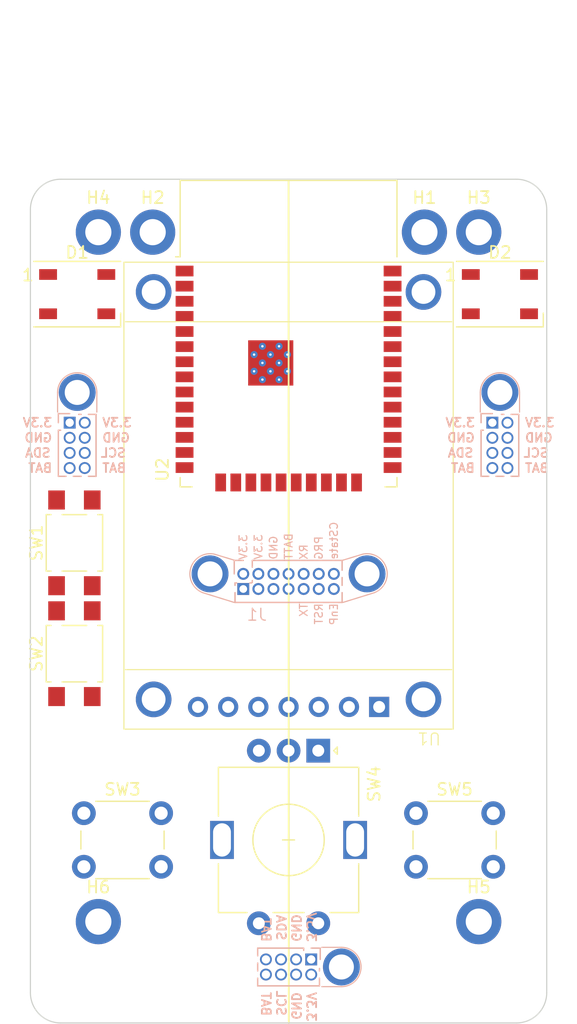
<source format=kicad_pcb>
(kicad_pcb (version 20221018) (generator pcbnew)
  (layers (0 "F.Cu" signal) (1 "In1.Cu" signal) (2 "In2.Cu" signal) (31 "B.Cu" signal) (34 "B.Paste" user) (35 "F.Paste" user) (36 "B.SilkS" user "B.Silkscreen") (37 "F.SilkS" user "F.Silkscreen") (38 "B.Mask" user) (39 "F.Mask" user) (44 "Edge.Cuts" user))
  (net 0 "")
  (net 1 "+3.3VP")
  (net 2 "Net-(D1-DOUT)")
  (net 3 "GND")
  (net 4 "Net-(D1-DIN)")
  (net 5 "+3.3V")
  (net 6 "SDA_PER")
  (net 7 "SCL_PER")
  (net 8 "+BATT")
  (net 9 "RESET")
  (net 10 "BatSense")
  (net 11 "EnPower")
  (net 12 "ID0Prog")
  (net 13 "RX")
  (net 14 "TX")
  (net 15 "ChargeState")
  (net 16 "Net-(R15-Pad1)")
  (net 17 "Net-(R16-Pad1)")
  (net 18 "Net-(R18-Pad1)")
  (net 19 "Net-(R14-Pad1)")
  (net 20 "Net-(R17-Pad1)")
  (footprint "MountingHole:MountingHole_2.2mm_M2_DIN965_Pad" (layer "F.Cu") (at 98.787949 55.607949)
    (fp_text reference "H1" (at 0 -2.9) (layer "F.SilkS"))
    (fp_text value "MountingHole_Pad")
    (pad "1" thru_hole circle (at 0 0) (size 3.8 3.8) (drill 2.2) (layers "*.Cu" "*.Mask") (net 3 "GND"))
  )
  (footprint "LED_SMD:LED_WS2812B_PLCC4_5.0x5.0mm_P3.2mm" (layer "F.Cu") (at 105.137949 60.813949)
    (fp_text reference "D2" (at 0 -3.5) (layer "F.SilkS"))
    (fp_text value "WS2812B")
    (fp_text user "1" (at -4.15 -1.6) (layer "F.SilkS"))
    (fp_line (start -3.65 -2.75) (end 3.65 -2.75) (stroke (width 0.12)) (layer "F.SilkS"))
    (fp_line (start -3.65 2.75) (end 3.65 2.75) (stroke (width 0.12)) (layer "F.SilkS"))
    (fp_line (start 3.65 2.75) (end 3.65 1.6) (stroke (width 0.12)) (layer "F.SilkS"))
    (pad "1" smd rect (at -2.45 -1.65) (size 1.5 0.9) (layers "F.Cu" "F.Paste" "F.Mask") (net 1 "+3.3VP"))
    (pad "2" smd rect (at -2.45 1.65) (size 1.5 0.9) (layers "F.Cu" "F.Paste" "F.Mask"))
    (pad "3" smd rect (at 2.45 1.65) (size 1.5 0.9) (layers "F.Cu" "F.Paste" "F.Mask") (net 3 "GND"))
    (pad "4" smd rect (at 2.45 -1.65) (size 1.5 0.9) (layers "F.Cu" "F.Paste" "F.Mask") (net 2 "Net-(D1-DOUT)"))
  )
  (footprint "Button_Switch_THT:SW_PUSH_6mm_H8mm" (layer "F.Cu") (at 98.077949 104.411949)
    (fp_text reference "SW5" (at 3.25 -2) (layer "F.SilkS"))
    (fp_text value "SW_Push")
    (fp_line (start -0.25 1.5) (end -0.25 3) (stroke (width 0.12)) (layer "F.SilkS"))
    (fp_line (start 1 5.5) (end 5.5 5.5) (stroke (width 0.12)) (layer "F.SilkS"))
    (fp_line (start 5.5 -1) (end 1 -1) (stroke (width 0.12)) (layer "F.SilkS"))
    (fp_line (start 6.75 3) (end 6.75 1.5) (stroke (width 0.12)) (layer "F.SilkS"))
    (pad "1" thru_hole circle (at 0 0 90) (size 2 2) (drill 1.1) (layers "*.Cu" "*.Mask") (net 20 "Net-(R17-Pad1)"))
    (pad "1" thru_hole circle (at 6.5 0 90) (size 2 2) (drill 1.1) (layers "*.Cu" "*.Mask") (net 20 "Net-(R17-Pad1)"))
    (pad "2" thru_hole circle (at 0 4.5 90) (size 2 2) (drill 1.1) (layers "*.Cu" "*.Mask") (net 3 "GND"))
    (pad "2" thru_hole circle (at 6.5 4.5 90) (size 2 2) (drill 1.1) (layers "*.Cu" "*.Mask") (net 3 "GND"))
  )
  (footprint "Rotary_Encoder:RotaryEncoder_Alps_EC11E-Switch_Vertical_H20mm" (layer "F.Cu") (at 89.857949 99.157949 -90)
    (fp_text reference "SW4" (at 2.8 -4.7 90) (layer "F.SilkS"))
    (fp_text value "RotaryEncoder_Switch")
    (fp_line (start -0.3 -1.6) (end 0.3 -1.6) (stroke (width 0.12)) (layer "F.SilkS"))
    (fp_line (start 0 -1.3) (end -0.3 -1.6) (stroke (width 0.12)) (layer "F.SilkS"))
    (fp_line (start 0.3 -1.6) (end 0 -1.3) (stroke (width 0.12)) (layer "F.SilkS"))
    (fp_line (start 1.4 -3.4) (end 1.4 8.4) (stroke (width 0.12)) (layer "F.SilkS"))
    (fp_line (start 5.5 -3.4) (end 1.4 -3.4) (stroke (width 0.12)) (layer "F.SilkS"))
    (fp_line (start 5.5 8.4) (end 1.4 8.4) (stroke (width 0.12)) (layer "F.SilkS"))
    (fp_line (start 7 2.5) (end 8 2.5) (stroke (width 0.12)) (layer "F.SilkS"))
    (fp_line (start 7.5 2) (end 7.5 3) (stroke (width 0.12)) (layer "F.SilkS"))
    (fp_line (start 9.5 -3.4) (end 13.6 -3.4) (stroke (width 0.12)) (layer "F.SilkS"))
    (fp_line (start 13.6 -3.4) (end 13.6 -1) (stroke (width 0.12)) (layer "F.SilkS"))
    (fp_line (start 13.6 1.2) (end 13.6 3.8) (stroke (width 0.12)) (layer "F.SilkS"))
    (fp_line (start 13.6 6) (end 13.6 8.4) (stroke (width 0.12)) (layer "F.SilkS"))
    (fp_line (start 13.6 8.4) (end 9.5 8.4) (stroke (width 0.12)) (layer "F.SilkS"))
    (fp_circle (center 7.5 2.5) (end 10.5 2.5) (stroke (width 0.12)) (fill none) (layer "F.SilkS"))
    (pad "A" thru_hole rect (at 0 0 270) (size 2 2) (drill 1) (layers "*.Cu" "*.Mask") (net 17 "Net-(R16-Pad1)"))
    (pad "B" thru_hole circle (at 0 5 270) (size 2 2) (drill 1) (layers "*.Cu" "*.Mask") (net 18 "Net-(R18-Pad1)"))
    (pad "C" thru_hole circle (at 0 2.5 270) (size 2 2) (drill 1) (layers "*.Cu" "*.Mask") (net 3 "GND"))
    (pad "MP" thru_hole rect (at 7.5 -3.1 270) (size 3.2 2) (drill oval 2.8 1.5) (layers "*.Cu" "*.Mask"))
    (pad "MP" thru_hole rect (at 7.5 8.1 270) (size 3.2 2) (drill oval 2.8 1.5) (layers "*.Cu" "*.Mask"))
    (pad "S1" thru_hole circle (at 14.5 5 270) (size 2 2) (drill 1) (layers "*.Cu" "*.Mask") (net 19 "Net-(R14-Pad1)"))
    (pad "S2" thru_hole circle (at 14.5 0 270) (size 2 2) (drill 1) (layers "*.Cu" "*.Mask") (net 3 "GND"))
  )
  (footprint "RF_Module:ESP32-WROOM-32D" (layer "F.Cu") (at 87.357949 67.122949)
    (fp_text reference "U2" (at -10.61 8.43 90) (layer "F.SilkS"))
    (fp_text value "ESP32-WROOM-32D")
    (fp_line (start -9.12 -15.86) (end -9.12 -9.445) (stroke (width 0.12)) (layer "F.SilkS"))
    (fp_line (start -9.12 -15.86) (end 9.12 -15.86) (stroke (width 0.12)) (layer "F.SilkS"))
    (fp_line (start -9.12 -9.445) (end -9.5 -9.445) (stroke (width 0.12)) (layer "F.SilkS"))
    (fp_line (start -9.12 9.1) (end -9.12 9.88) (stroke (width 0.12)) (layer "F.SilkS"))
    (fp_line (start -9.12 9.88) (end -8.12 9.88) (stroke (width 0.12)) (layer "F.SilkS"))
    (fp_line (start 9.12 -15.86) (end 9.12 -9.445) (stroke (width 0.12)) (layer "F.SilkS"))
    (fp_line (start 9.12 9.1) (end 9.12 9.88) (stroke (width 0.12)) (layer "F.SilkS"))
    (fp_line (start 9.12 9.88) (end 8.12 9.88) (stroke (width 0.12)) (layer "F.SilkS"))
    (pad "1" smd rect (at -8.75 -8.25) (size 1.5 0.9) (layers "F.Cu" "F.Paste" "F.Mask") (net 3 "GND"))
    (pad "2" smd rect (at -8.75 -6.98) (size 1.5 0.9) (layers "F.Cu" "F.Paste" "F.Mask") (net 5 "+3.3V"))
    (pad "3" smd rect (at -8.75 -5.71) (size 1.5 0.9) (layers "F.Cu" "F.Paste" "F.Mask") (net 9 "RESET"))
    (pad "4" smd rect (at -8.75 -4.44) (size 1.5 0.9) (layers "F.Cu" "F.Paste" "F.Mask") (net 10 "BatSense"))
    (pad "5" smd rect (at -8.75 -3.17) (size 1.5 0.9) (layers "F.Cu" "F.Paste" "F.Mask") (net 15 "ChargeState"))
    (pad "6" smd rect (at -8.75 -1.9) (size 1.5 0.9) (layers "F.Cu" "F.Paste" "F.Mask"))
    (pad "7" smd rect (at -8.75 -0.63) (size 1.5 0.9) (layers "F.Cu" "F.Paste" "F.Mask"))
    (pad "8" smd rect (at -8.75 0.64) (size 1.5 0.9) (layers "F.Cu" "F.Paste" "F.Mask"))
    (pad "9" smd rect (at -8.75 1.91) (size 1.5 0.9) (layers "F.Cu" "F.Paste" "F.Mask"))
    (pad "10" smd rect (at -8.75 3.18) (size 1.5 0.9) (layers "F.Cu" "F.Paste" "F.Mask"))
    (pad "11" smd rect (at -8.75 4.45) (size 1.5 0.9) (layers "F.Cu" "F.Paste" "F.Mask"))
    (pad "12" smd rect (at -8.75 5.72) (size 1.5 0.9) (layers "F.Cu" "F.Paste" "F.Mask"))
    (pad "13" smd rect (at -8.75 6.99) (size 1.5 0.9) (layers "F.Cu" "F.Paste" "F.Mask"))
    (pad "14" smd rect (at -8.75 8.26) (size 1.5 0.9) (layers "F.Cu" "F.Paste" "F.Mask"))
    (pad "15" smd rect (at -5.71 9.51 90) (size 1.5 0.9) (layers "F.Cu" "F.Paste" "F.Mask") (net 3 "GND"))
    (pad "16" smd rect (at -4.44 9.51 90) (size 1.5 0.9) (layers "F.Cu" "F.Paste" "F.Mask"))
    (pad "17" smd rect (at -3.17 9.51 90) (size 1.5 0.9) (layers "F.Cu" "F.Paste" "F.Mask"))
    (pad "18" smd rect (at -1.9 9.51 90) (size 1.5 0.9) (layers "F.Cu" "F.Paste" "F.Mask"))
    (pad "19" smd rect (at -0.63 9.51 90) (size 1.5 0.9) (layers "F.Cu" "F.Paste" "F.Mask"))
    (pad "20" smd rect (at 0.64 9.51 90) (size 1.5 0.9) (layers "F.Cu" "F.Paste" "F.Mask"))
    (pad "21" smd rect (at 1.91 9.51 90) (size 1.5 0.9) (layers "F.Cu" "F.Paste" "F.Mask"))
    (pad "22" smd rect (at 3.18 9.51 90) (size 1.5 0.9) (layers "F.Cu" "F.Paste" "F.Mask"))
    (pad "23" smd rect (at 4.45 9.51 90) (size 1.5 0.9) (layers "F.Cu" "F.Paste" "F.Mask"))
    (pad "24" smd rect (at 5.72 9.51 90) (size 1.5 0.9) (layers "F.Cu" "F.Paste" "F.Mask") (net 11 "EnPower"))
    (pad "25" smd rect (at 8.75 8.26) (size 1.5 0.9) (layers "F.Cu" "F.Paste" "F.Mask") (net 12 "ID0Prog"))
    (pad "26" smd rect (at 8.75 6.99) (size 1.5 0.9) (layers "F.Cu" "F.Paste" "F.Mask"))
    (pad "27" smd rect (at 8.75 5.72) (size 1.5 0.9) (layers "F.Cu" "F.Paste" "F.Mask"))
    (pad "28" smd rect (at 8.75 4.45) (size 1.5 0.9) (layers "F.Cu" "F.Paste" "F.Mask"))
    (pad "29" smd rect (at 8.75 3.18) (size 1.5 0.9) (layers "F.Cu" "F.Paste" "F.Mask"))
    (pad "30" smd rect (at 8.75 1.91) (size 1.5 0.9) (layers "F.Cu" "F.Paste" "F.Mask"))
    (pad "31" smd rect (at 8.75 0.64) (size 1.5 0.9) (layers "F.Cu" "F.Paste" "F.Mask"))
    (pad "32" smd rect (at 8.75 -0.63) (size 1.5 0.9) (layers "F.Cu" "F.Paste" "F.Mask"))
    (pad "33" smd rect (at 8.75 -1.9) (size 1.5 0.9) (layers "F.Cu" "F.Paste" "F.Mask"))
    (pad "34" smd rect (at 8.75 -3.17) (size 1.5 0.9) (layers "F.Cu" "F.Paste" "F.Mask") (net 13 "RX"))
    (pad "35" smd rect (at 8.75 -4.44) (size 1.5 0.9) (layers "F.Cu" "F.Paste" "F.Mask") (net 14 "TX"))
    (pad "36" smd rect (at 8.75 -5.71) (size 1.5 0.9) (layers "F.Cu" "F.Paste" "F.Mask"))
    (pad "37" smd rect (at 8.75 -6.98) (size 1.5 0.9) (layers "F.Cu" "F.Paste" "F.Mask"))
    (pad "38" smd rect (at 8.75 -8.25) (size 1.5 0.9) (layers "F.Cu" "F.Paste" "F.Mask") (net 3 "GND"))
    (pad "39" smd rect (at -2.9 -1.93) (size 0.9 0.9) (layers "F.Cu" "F.Paste") (net 3 "GND"))
    (pad "39" thru_hole circle (at -2.9 -1.23) (size 0.6 0.6) (drill 0.2) (property pad_prop_heatsink) (layers "*.Cu" "F.Mask") (net 3 "GND"))
    (pad "39" smd rect (at -2.9 -0.53) (size 0.9 0.9) (layers "F.Cu" "F.Paste") (net 3 "GND"))
    (pad "39" thru_hole circle (at -2.9 0.17) (size 0.6 0.6) (drill 0.2) (property pad_prop_heatsink) (layers "*.Cu" "F.Mask") (net 3 "GND"))
    (pad "39" smd rect (at -2.9 0.87) (size 0.9 0.9) (layers "F.Cu" "F.Paste") (net 3 "GND"))
    (pad "39" thru_hole circle (at -2.2 -1.93) (size 0.6 0.6) (drill 0.2) (property pad_prop_heatsink) (layers "*.Cu" "F.Mask") (net 3 "GND"))
    (pad "39" thru_hole circle (at -2.2 -0.53) (size 0.6 0.6) (drill 0.2) (property pad_prop_heatsink) (layers "*.Cu" "F.Mask") (net 3 "GND"))
    (pad "39" thru_hole circle (at -2.2 0.87) (size 0.6 0.6) (drill 0.2) (property pad_prop_heatsink) (layers "*.Cu" "F.Mask") (net 3 "GND"))
    (pad "39" thru_hole circle (at -1.525 -1.23) (size 0.6 0.6) (drill 0.2) (property pad_prop_heatsink) (layers "*.Cu" "F.Mask") (net 3 "GND"))
    (pad "39" thru_hole circle (at -1.525 0.17) (size 0.6 0.6) (drill 0.2) (property pad_prop_heatsink) (layers "*.Cu" "F.Mask") (net 3 "GND"))
    (pad "39" smd rect (at -1.5 -1.93) (size 0.9 0.9) (layers "F.Cu" "F.Paste") (net 3 "GND"))
    (pad "39" smd rect (at -1.5 -0.53) (size 0.9 0.9) (layers "F.Cu" "F.Paste") (net 3 "GND"))
    (pad "39" smd rect (at -1.5 -0.53) (size 3.8 3.8) (layers "F.Cu" "F.Mask") (net 3 "GND"))
    (pad "39" smd rect (at -1.5 0.87) (size 0.9 0.9) (layers "F.Cu" "F.Paste") (net 3 "GND"))
    (pad "39" thru_hole circle (at -0.8 -1.93) (size 0.6 0.6) (drill 0.2) (property pad_prop_heatsink) (layers "*.Cu" "F.Mask") (net 3 "GND"))
    (pad "39" thru_hole circle (at -0.8 -0.53) (size 0.6 0.6) (drill 0.2) (property pad_prop_heatsink) (layers "*.Cu" "F.Mask") (net 3 "GND"))
    (pad "39" thru_hole circle (at -0.8 0.87) (size 0.6 0.6) (drill 0.2) (property pad_prop_heatsink) (layers "*.Cu" "F.Mask") (net 3 "GND"))
    (pad "39" smd rect (at -0.1 -1.93) (size 0.9 0.9) (layers "F.Cu" "F.Paste") (net 3 "GND"))
    (pad "39" thru_hole circle (at -0.1 -1.23) (size 0.6 0.6) (drill 0.2) (property pad_prop_heatsink) (layers "*.Cu" "F.Mask") (net 3 "GND"))
    (pad "39" smd rect (at -0.1 -0.53) (size 0.9 0.9) (layers "F.Cu" "F.Paste") (net 3 "GND"))
    (pad "39" thru_hole circle (at -0.1 0.17) (size 0.6 0.6) (drill 0.2) (property pad_prop_heatsink) (layers "*.Cu" "F.Mask") (net 3 "GND"))
    (pad "39" smd rect (at -0.1 0.87) (size 0.9 0.9) (layers "F.Cu" "F.Paste") (net 3 "GND"))
  )
  (footprint "Button_Switch_SMD:SW_SPST_TL3305A" (layer "F.Cu") (at 69.342 81.705 90)
    (fp_text reference "SW1" (at 0 -3.2 90) (layer "F.SilkS"))
    (fp_text value "SW_Push")
    (fp_line (start -2.37 -2.37) (end -2.37 -1.97) (stroke (width 0.12)) (layer "F.SilkS"))
    (fp_line (start -2.37 -2.37) (end 2.37 -2.37) (stroke (width 0.12)) (layer "F.SilkS"))
    (fp_line (start -2.37 1.03) (end -2.37 -1.03) (stroke (width 0.12)) (layer "F.SilkS"))
    (fp_line (start -2.37 2.37) (end -2.37 1.97) (stroke (width 0.12)) (layer "F.SilkS"))
    (fp_line (start -2.37 2.37) (end 2.37 2.37) (stroke (width 0.12)) (layer "F.SilkS"))
    (fp_line (start 2.37 -2.37) (end 2.37 -1.97) (stroke (width 0.12)) (layer "F.SilkS"))
    (fp_line (start 2.37 1.03) (end 2.37 -1.03) (stroke (width 0.12)) (layer "F.SilkS"))
    (fp_line (start 2.37 2.37) (end 2.37 1.97) (stroke (width 0.12)) (layer "F.SilkS"))
    (pad "1" smd rect (at -3.6 -1.5 90) (size 1.6 1.4) (layers "F.Cu" "F.Paste" "F.Mask") (net 3 "GND"))
    (pad "1" smd rect (at 3.6 -1.5 90) (size 1.6 1.4) (layers "F.Cu" "F.Paste" "F.Mask") (net 3 "GND"))
    (pad "2" smd rect (at -3.6 1.5 90) (size 1.6 1.4) (layers "F.Cu" "F.Paste" "F.Mask") (net 9 "RESET"))
    (pad "2" smd rect (at 3.6 1.5 90) (size 1.6 1.4) (layers "F.Cu" "F.Paste" "F.Mask") (net 9 "RESET"))
  )
  (footprint "LED_SMD:LED_WS2812B_PLCC4_5.0x5.0mm_P3.2mm" (layer "F.Cu") (at 69.577949 60.813949)
    (fp_text reference "D1" (at 0 -3.5) (layer "F.SilkS"))
    (fp_text value "WS2812B")
    (fp_text user "1" (at -4.15 -1.6) (layer "F.SilkS"))
    (fp_line (start -3.65 -2.75) (end 3.65 -2.75) (stroke (width 0.12)) (layer "F.SilkS"))
    (fp_line (start -3.65 2.75) (end 3.65 2.75) (stroke (width 0.12)) (layer "F.SilkS"))
    (fp_line (start 3.65 2.75) (end 3.65 1.6) (stroke (width 0.12)) (layer "F.SilkS"))
    (pad "1" smd rect (at -2.45 -1.65) (size 1.5 0.9) (layers "F.Cu" "F.Paste" "F.Mask") (net 1 "+3.3VP"))
    (pad "2" smd rect (at -2.45 1.65) (size 1.5 0.9) (layers "F.Cu" "F.Paste" "F.Mask") (net 2 "Net-(D1-DOUT)"))
    (pad "3" smd rect (at 2.45 1.65) (size 1.5 0.9) (layers "F.Cu" "F.Paste" "F.Mask") (net 3 "GND"))
    (pad "4" smd rect (at 2.45 -1.65) (size 1.5 0.9) (layers "F.Cu" "F.Paste" "F.Mask") (net 4 "Net-(D1-DIN)"))
  )
  (footprint "Button_Switch_SMD:SW_SPST_TL3305A" (layer "F.Cu") (at 69.342 91.015 90)
    (fp_text reference "SW2" (at 0 -3.2 90) (layer "F.SilkS"))
    (fp_text value "SW_Push")
    (fp_line (start -2.37 -2.37) (end -2.37 -1.97) (stroke (width 0.12)) (layer "F.SilkS"))
    (fp_line (start -2.37 -2.37) (end 2.37 -2.37) (stroke (width 0.12)) (layer "F.SilkS"))
    (fp_line (start -2.37 1.03) (end -2.37 -1.03) (stroke (width 0.12)) (layer "F.SilkS"))
    (fp_line (start -2.37 2.37) (end -2.37 1.97) (stroke (width 0.12)) (layer "F.SilkS"))
    (fp_line (start -2.37 2.37) (end 2.37 2.37) (stroke (width 0.12)) (layer "F.SilkS"))
    (fp_line (start 2.37 -2.37) (end 2.37 -1.97) (stroke (width 0.12)) (layer "F.SilkS"))
    (fp_line (start 2.37 1.03) (end 2.37 -1.03) (stroke (width 0.12)) (layer "F.SilkS"))
    (fp_line (start 2.37 2.37) (end 2.37 1.97) (stroke (width 0.12)) (layer "F.SilkS"))
    (pad "1" smd rect (at -3.6 -1.5 90) (size 1.6 1.4) (layers "F.Cu" "F.Paste" "F.Mask") (net 3 "GND"))
    (pad "1" smd rect (at 3.6 -1.5 90) (size 1.6 1.4) (layers "F.Cu" "F.Paste" "F.Mask") (net 3 "GND"))
    (pad "2" smd rect (at -3.6 1.5 90) (size 1.6 1.4) (layers "F.Cu" "F.Paste" "F.Mask") (net 12 "ID0Prog"))
    (pad "2" smd rect (at 3.6 1.5 90) (size 1.6 1.4) (layers "F.Cu" "F.Paste" "F.Mask") (net 12 "ID0Prog"))
  )
  (footprint "MountingHole:MountingHole_2.2mm_M2_DIN965_Pad" (layer "F.Cu") (at 103.359949 55.607949)
    (fp_text reference "H3" (at 0 -2.9) (layer "F.SilkS"))
    (fp_text value "MountingHole_Pad")
    (pad "1" thru_hole circle (at 0 0) (size 3.8 3.8) (drill 2.2) (layers "*.Cu" "*.Mask") (net 3 "GND"))
  )
  (footprint "MountingHole:MountingHole_2.2mm_M2_DIN965_Pad" (layer "F.Cu") (at 75.927949 55.607949)
    (fp_text reference "H2" (at 0 -2.9) (layer "F.SilkS"))
    (fp_text value "MountingHole_Pad")
    (pad "1" thru_hole circle (at 0 0) (size 3.8 3.8) (drill 2.2) (layers "*.Cu" "*.Mask") (net 3 "GND"))
  )
  (footprint "Button_Switch_THT:SW_PUSH_6mm_H8mm" (layer "F.Cu") (at 70.137949 104.411949)
    (fp_text reference "SW3" (at 3.25 -2) (layer "F.SilkS"))
    (fp_text value "SW_Push")
    (fp_line (start -0.25 1.5) (end -0.25 3) (stroke (width 0.12)) (layer "F.SilkS"))
    (fp_line (start 1 5.5) (end 5.5 5.5) (stroke (width 0.12)) (layer "F.SilkS"))
    (fp_line (start 5.5 -1) (end 1 -1) (stroke (width 0.12)) (layer "F.SilkS"))
    (fp_line (start 6.75 3) (end 6.75 1.5) (stroke (width 0.12)) (layer "F.SilkS"))
    (pad "1" thru_hole circle (at 0 0 90) (size 2 2) (drill 1.1) (layers "*.Cu" "*.Mask") (net 16 "Net-(R15-Pad1)"))
    (pad "1" thru_hole circle (at 6.5 0 90) (size 2 2) (drill 1.1) (layers "*.Cu" "*.Mask") (net 16 "Net-(R15-Pad1)"))
    (pad "2" thru_hole circle (at 0 4.5 90) (size 2 2) (drill 1.1) (layers "*.Cu" "*.Mask") (net 3 "GND"))
    (pad "2" thru_hole circle (at 6.5 4.5 90) (size 2 2) (drill 1.1) (layers "*.Cu" "*.Mask") (net 3 "GND"))
  )
  (footprint "MountingHole:MountingHole_2.2mm_M2_DIN965_Pad" (layer "F.Cu") (at 71.355949 55.607949)
    (fp_text reference "H4" (at 0 -2.9) (layer "F.SilkS"))
    (fp_text value "MountingHole_Pad")
    (pad "1" thru_hole circle (at 0 0) (size 3.8 3.8) (drill 2.2) (layers "*.Cu" "*.Mask") (net 3 "GND"))
  )
  (footprint "Displays:RGB_TFT_1.3" (layer "F.Cu") (at 87.357949 95.485949 180)
    (fp_text reference "U1" (at -11.818 -2.651 180 unlocked) (layer "F.SilkS") (effects (font (thickness 0.1))))
    (fp_text value "TFT_ST7789")
    (fp_line (start -13.716 3.134) (end 13.716 3.134) (stroke (width 0.1)) (layer "F.SilkS"))
    (fp_line (start -13.716 32.354) (end 13.716 32.354) (stroke (width 0.1)) (layer "F.SilkS"))
    (fp_rect (start -13.85 -1.866) (end 13.85 37.354) (stroke (width 0.1)) (fill none) (layer "F.SilkS"))
    (pad "" thru_hole circle (at -11.35 0.634 180) (size 3 3) (drill 2) (layers "*.Cu" "*.Mask"))
    (pad "" thru_hole circle (at -11.35 34.854 180) (size 3 3) (drill 2) (layers "*.Cu" "*.Mask"))
    (pad "" thru_hole circle (at 11.35 0.634 180) (size 3 3) (drill 2) (layers "*.Cu" "*.Mask"))
    (pad "" thru_hole circle (at 11.35 34.854 180) (size 3 3) (drill 2) (layers "*.Cu" "*.Mask"))
    (pad "1" thru_hole rect (at -7.62 0 180) (size 1.7 1.7) (drill 1) (layers "*.Cu" "*.Mask") (net 3 "GND"))
    (pad "2" thru_hole circle (at -5.08 0 180) (size 1.7 1.7) (drill 1) (layers "*.Cu" "*.Mask") (net 1 "+3.3VP"))
    (pad "3" thru_hole circle (at -2.54 0 180) (size 1.7 1.7) (drill 1) (layers "*.Cu" "*.Mask"))
    (pad "4" thru_hole circle (at 0 0 180) (size 1.7 1.7) (drill 1) (layers "*.Cu" "*.Mask"))
    (pad "5" thru_hole circle (at 2.54 0 180) (size 1.7 1.7) (drill 1) (layers "*.Cu" "*.Mask"))
    (pad "6" thru_hole circle (at 5.08 0 180) (size 1.7 1.7) (drill 1) (layers "*.Cu" "*.Mask"))
    (pad "7" thru_hole circle (at 7.62 0 180) (size 1.7 1.7) (drill 1) (layers "*.Cu" "*.Mask"))
  )
  (footprint "MountingHole:MountingHole_2.2mm_M2_DIN965_Pad" (layer "F.Cu") (at 71.355949 113.519949)
    (fp_text reference "H6" (at 0 -2.9) (layer "F.SilkS"))
    (fp_text value "MountingHole_Pad")
    (pad "1" thru_hole circle (at 0 0) (size 3.8 3.8) (drill 2.2) (layers "*.Cu" "*.Mask") (net 3 "GND"))
  )
  (footprint "MountingHole:MountingHole_2.2mm_M2_DIN965_Pad" (layer "F.Cu") (at 103.359949 113.519949)
    (fp_text reference "H5" (at 0 -2.9) (layer "F.SilkS"))
    (fp_text value "MountingHole_Pad")
    (pad "1" thru_hole circle (at 0 0) (size 3.8 3.8) (drill 2.2) (layers "*.Cu" "*.Mask") (net 3 "GND"))
  )
  (footprint "Connectors:PeripheralMaster" (layer "B.Cu") (at 69.577949 73.514949 180)
    (fp_text reference "Per3" hide)
    (fp_text value "~" hide)
    (fp_text user "BAT" (at -2.032 -1.905 unlocked) (layer "B.SilkS") (effects (font (size 0.75 0.75) (thickness 0.15) bold) (justify right mirror)))
    (fp_text user "3.3V" (at -2.032 1.905 unlocked) (layer "B.SilkS") (effects (font (size 0.75 0.75) (thickness 0.15) bold) (justify right mirror)))
    (fp_text user "GND" (at 2.032 0.635 unlocked) (layer "B.SilkS") (effects (font (size 0.75 0.75) (thickness 0.15) bold) (justify left mirror)))
    (fp_text user "BAT" (at 2.032 -1.905 unlocked) (layer "B.SilkS") (effects (font (size 0.75 0.75) (thickness 0.15) bold) (justify left mirror)))
    (fp_text user "3.3V" (at 2.032 1.905 unlocked) (layer "B.SilkS") (effects (font (size 0.75 0.75) (thickness 0.15) bold) (justify left mirror)))
    (fp_text user "SDA" (at 2.159 -0.635 unlocked) (layer "B.SilkS") (effects (font (size 0.75 0.75) (thickness 0.15) bold) (justify left mirror)))
    (fp_text user "GND" (at -2.032 0.635 unlocked) (layer "B.SilkS") (effects (font (size 0.75 0.75) (thickness 0.15) bold) (justify right mirror)))
    (fp_text user "SCL" (at -1.905 -0.635 unlocked) (layer "B.SilkS") (effects (font (size 0.75 0.75) (thickness 0.15) bold) (justify right mirror)))
    (fp_line (start -1.651 4.445) (end -1.651 2.794) (stroke (width 0.1)) (layer "B.SilkS"))
    (fp_line (start -1.585 -2.6) (end -0.94253 -2.6) (stroke (width 0.12)) (layer "B.SilkS"))
    (fp_line (start -1.585 2.6) (end -1.585 -2.6) (stroke (width 0.12)) (layer "B.SilkS"))
    (fp_line (start -1.585 2.6) (end -0.94253 2.6) (stroke (width 0.12)) (layer "B.SilkS"))
    (fp_line (start -0.32747 -2.6) (end 0.32747 -2.6) (stroke (width 0.12)) (layer "B.SilkS"))
    (fp_line (start -0.32747 2.6) (end -0.125 2.6) (stroke (width 0.12)) (layer "B.SilkS"))
    (fp_line (start 0.635 2.665) (end 1.585 2.665) (stroke (width 0.12)) (layer "B.SilkS"))
    (fp_line (start 0.94253 -2.6) (end 1.585 -2.6) (stroke (width 0.12)) (layer "B.SilkS"))
    (fp_line (start 1.395 1.27) (end 1.585 1.27) (stroke (width 0.12)) (layer "B.SilkS"))
    (fp_line (start 1.585 1.27) (end 1.585 -2.6) (stroke (width 0.12)) (layer "B.SilkS"))
    (fp_line (start 1.585 2.665) (end 1.585 1.905) (stroke (width 0.12)) (layer "B.SilkS"))
    (fp_line (start 1.651 4.445) (end 1.651 2.794) (stroke (width 0.1)) (layer "B.SilkS"))
    (fp_arc (start 1.651 4.445) (mid 0 6.096) (end -1.651 4.445) (stroke (width 0.1)) (layer "B.SilkS"))
    (pad "1" thru_hole rect (at 0.635 1.905 180) (size 1 1) (drill 0.7) (layers "*.Cu" "*.Mask") (net 1 "+3.3VP"))
    (pad "2" thru_hole oval (at -0.635 1.905 180) (size 1 1) (drill 0.7) (layers "*.Cu" "*.Mask") (net 1 "+3.3VP"))
    (pad "3" thru_hole oval (at 0.635 0.635 180) (size 1 1) (drill 0.7) (layers "*.Cu" "*.Mask") (net 3 "GND"))
    (pad "4" thru_hole oval (at -0.635 0.635 180) (size 1 1) (drill 0.7) (layers "*.Cu" "*.Mask") (net 3 "GND"))
    (pad "5" thru_hole oval (at 0.635 -0.635 180) (size 1 1) (drill 0.7) (layers "*.Cu" "*.Mask") (net 6 "SDA_PER"))
    (pad "6" thru_hole oval (at -0.635 -0.635 180) (size 1 1) (drill 0.7) (layers "*.Cu" "*.Mask") (net 7 "SCL_PER"))
    (pad "7" thru_hole oval (at 0.635 -1.905 180) (size 1 1) (drill 0.7) (layers "*.Cu" "*.Mask") (net 8 "+BATT"))
    (pad "8" thru_hole oval (at -0.635 -1.905 180) (size 1 1) (drill 0.7) (layers "*.Cu" "*.Mask") (net 8 "+BATT"))
    (pad "9" thru_hole circle (at 0 4.445 180) (size 3.1 3.1) (drill 2.1) (layers "*.Cu" "*.Mask") (net 3 "GND"))
  )
  (footprint "Connectors:PeripheralMaster" (layer "B.Cu") (at 87.357949 117.329949 90)
    (fp_text reference "Per1" hide)
    (fp_text value "~" hide)
    (fp_text user "3.3V" (at -2.032 1.905 270 unlocked) (layer "B.SilkS") (effects (font (size 0.75 0.75) (thickness 0.15) bold) (justify right mirror)))
    (fp_text user "SDA" (at 2.159 -0.635 270 unlocked) (layer "B.SilkS") (effects (font (size 0.75 0.75) (thickness 0.15) bold) (justify left mirror)))
    (fp_text user "GND" (at -2.032 0.635 270 unlocked) (layer "B.SilkS") (effects (font (size 0.75 0.75) (thickness 0.15) bold) (justify right mirror)))
    (fp_text user "BAT" (at -2.032 -1.905 270 unlocked) (layer "B.SilkS") (effects (font (size 0.75 0.75) (thickness 0.15) bold) (justify right mirror)))
    (fp_text user "SCL" (at -1.905 -0.635 270 unlocked) (layer "B.SilkS") (effects (font (size 0.75 0.75) (thickness 0.15) bold) (justify right mirror)))
    (fp_text user "BAT" (at 2.032 -1.905 270 unlocked) (layer "B.SilkS") (effects (font (size 0.75 0.75) (thickness 0.15) bold) (justify left mirror)))
    (fp_text user "3.3V" (at 2.032 1.905 270 unlocked) (layer "B.SilkS") (effects (font (size 0.75 0.75) (thickness 0.15) bold) (justify left mirror)))
    (fp_text user "GND" (at 2.032 0.635 270 unlocked) (layer "B.SilkS") (effects (font (size 0.75 0.75) (thickness 0.15) bold) (justify left mirror)))
    (fp_line (start -1.651 4.445) (end -1.651 2.794) (stroke (width 0.1)) (layer "B.SilkS"))
    (fp_line (start -1.585 -2.6) (end -0.94253 -2.6) (stroke (width 0.12)) (layer "B.SilkS"))
    (fp_line (start -1.585 2.6) (end -1.585 -2.6) (stroke (width 0.12)) (layer "B.SilkS"))
    (fp_line (start -1.585 2.6) (end -0.94253 2.6) (stroke (width 0.12)) (layer "B.SilkS"))
    (fp_line (start -0.32747 -2.6) (end 0.32747 -2.6) (stroke (width 0.12)) (layer "B.SilkS"))
    (fp_line (start -0.32747 2.6) (end -0.125 2.6) (stroke (width 0.12)) (layer "B.SilkS"))
    (fp_line (start 0.635 2.665) (end 1.585 2.665) (stroke (width 0.12)) (layer "B.SilkS"))
    (fp_line (start 0.94253 -2.6) (end 1.585 -2.6) (stroke (width 0.12)) (layer "B.SilkS"))
    (fp_line (start 1.395 1.27) (end 1.585 1.27) (stroke (width 0.12)) (layer "B.SilkS"))
    (fp_line (start 1.585 1.27) (end 1.585 -2.6) (stroke (width 0.12)) (layer "B.SilkS"))
    (fp_line (start 1.585 2.665) (end 1.585 1.905) (stroke (width 0.12)) (layer "B.SilkS"))
    (fp_line (start 1.651 4.445) (end 1.651 2.794) (stroke (width 0.1)) (layer "B.SilkS"))
    (fp_arc (start 1.651 4.445) (mid 0 6.096) (end -1.651 4.445) (stroke (width 0.1)) (layer "B.SilkS"))
    (pad "1" thru_hole rect (at 0.635 1.905 90) (size 1 1) (drill 0.7) (layers "*.Cu" "*.Mask") (net 1 "+3.3VP"))
    (pad "2" thru_hole oval (at -0.635 1.905 90) (size 1 1) (drill 0.7) (layers "*.Cu" "*.Mask") (net 1 "+3.3VP"))
    (pad "3" thru_hole oval (at 0.635 0.635 90) (size 1 1) (drill 0.7) (layers "*.Cu" "*.Mask") (net 3 "GND"))
    (pad "4" thru_hole oval (at -0.635 0.635 90) (size 1 1) (drill 0.7) (layers "*.Cu" "*.Mask") (net 3 "GND"))
    (pad "5" thru_hole oval (at 0.635 -0.635 90) (size 1 1) (drill 0.7) (layers "*.Cu" "*.Mask") (net 6 "SDA_PER"))
    (pad "6" thru_hole oval (at -0.635 -0.635 90) (size 1 1) (drill 0.7) (layers "*.Cu" "*.Mask") (net 7 "SCL_PER"))
    (pad "7" thru_hole oval (at 0.635 -1.905 90) (size 1 1) (drill 0.7) (layers "*.Cu" "*.Mask") (net 8 "+BATT"))
    (pad "8" thru_hole oval (at -0.635 -1.905 90) (size 1 1) (drill 0.7) (layers "*.Cu" "*.Mask") (net 8 "+BATT"))
    (pad "9" thru_hole circle (at 0 4.445 90) (size 3.1 3.1) (drill 2.1) (layers "*.Cu" "*.Mask") (net 3 "GND"))
  )
  (footprint "Connectors:PeripheralMaster" (layer "B.Cu") (at 105.137949 73.514949 180)
    (fp_text reference "Per2" hide)
    (fp_text value "~" hide)
    (fp_text user "SCL" (at -1.905 -0.635 unlocked) (layer "B.SilkS") (effects (font (size 0.75 0.75) (thickness 0.15) bold) (justify right mirror)))
    (fp_text user "GND" (at 2.032 0.635 unlocked) (layer "B.SilkS") (effects (font (size 0.75 0.75) (thickness 0.15) bold) (justify left mirror)))
    (fp_text user "BAT" (at -2.032 -1.905 unlocked) (layer "B.SilkS") (effects (font (size 0.75 0.75) (thickness 0.15) bold) (justify right mirror)))
    (fp_text user "3.3V" (at 2.032 1.905 unlocked) (layer "B.SilkS") (effects (font (size 0.75 0.75) (thickness 0.15) bold) (justify left mirror)))
    (fp_text user "SDA" (at 2.159 -0.635 unlocked) (layer "B.SilkS") (effects (font (size 0.75 0.75) (thickness 0.15) bold) (justify left mirror)))
    (fp_text user "BAT" (at 2.032 -1.905 unlocked) (layer "B.SilkS") (effects (font (size 0.75 0.75) (thickness 0.15) bold) (justify left mirror)))
    (fp_text user "GND" (at -2.032 0.635 unlocked) (layer "B.SilkS") (effects (font (size 0.75 0.75) (thickness 0.15) bold) (justify right mirror)))
    (fp_text user "3.3V" (at -2.032 1.905 unlocked) (layer "B.SilkS") (effects (font (size 0.75 0.75) (thickness 0.15) bold) (justify right mirror)))
    (fp_line (start -1.651 4.445) (end -1.651 2.794) (stroke (width 0.1)) (layer "B.SilkS"))
    (fp_line (start -1.585 -2.6) (end -0.94253 -2.6) (stroke (width 0.12)) (layer "B.SilkS"))
    (fp_line (start -1.585 2.6) (end -1.585 -2.6) (stroke (width 0.12)) (layer "B.SilkS"))
    (fp_line (start -1.585 2.6) (end -0.94253 2.6) (stroke (width 0.12)) (layer "B.SilkS"))
    (fp_line (start -0.32747 -2.6) (end 0.32747 -2.6) (stroke (width 0.12)) (layer "B.SilkS"))
    (fp_line (start -0.32747 2.6) (end -0.125 2.6) (stroke (width 0.12)) (layer "B.SilkS"))
    (fp_line (start 0.635 2.665) (end 1.585 2.665) (stroke (width 0.12)) (layer "B.SilkS"))
    (fp_line (start 0.94253 -2.6) (end 1.585 -2.6) (stroke (width 0.12)) (layer "B.SilkS"))
    (fp_line (start 1.395 1.27) (end 1.585 1.27) (stroke (width 0.12)) (layer "B.SilkS"))
    (fp_line (start 1.585 1.27) (end 1.585 -2.6) (stroke (width 0.12)) (layer "B.SilkS"))
    (fp_line (start 1.585 2.665) (end 1.585 1.905) (stroke (width 0.12)) (layer "B.SilkS"))
    (fp_line (start 1.651 4.445) (end 1.651 2.794) (stroke (width 0.1)) (layer "B.SilkS"))
    (fp_arc (start 1.651 4.445) (mid 0 6.096) (end -1.651 4.445) (stroke (width 0.1)) (layer "B.SilkS"))
    (pad "1" thru_hole rect (at 0.635 1.905 180) (size 1 1) (drill 0.7) (layers "*.Cu" "*.Mask") (net 1 "+3.3VP"))
    (pad "2" thru_hole oval (at -0.635 1.905 180) (size 1 1) (drill 0.7) (layers "*.Cu" "*.Mask") (net 1 "+3.3VP"))
    (pad "3" thru_hole oval (at 0.635 0.635 180) (size 1 1) (drill 0.7) (layers "*.Cu" "*.Mask") (net 3 "GND"))
    (pad "4" thru_hole oval (at -0.635 0.635 180) (size 1 1) (drill 0.7) (layers "*.Cu" "*.Mask") (net 3 "GND"))
    (pad "5" thru_hole oval (at 0.635 -0.635 180) (size 1 1) (drill 0.7) (layers "*.Cu" "*.Mask") (net 6 "SDA_PER"))
    (pad "6" thru_hole oval (at -0.635 -0.635 180) (size 1 1) (drill 0.7) (layers "*.Cu" "*.Mask") (net 7 "SCL_PER"))
    (pad "7" thru_hole oval (at 0.635 -1.905 180) (size 1 1) (drill 0.7) (layers "*.Cu" "*.Mask") (net 8 "+BATT"))
    (pad "8" thru_hole oval (at -0.635 -1.905 180) (size 1 1) (drill 0.7) (layers "*.Cu" "*.Mask") (net 8 "+BATT"))
    (pad "9" thru_hole circle (at 0 4.445 180) (size 3.1 3.1) (drill 2.1) (layers "*.Cu" "*.Mask") (net 3 "GND"))
  )
  (footprint "Connectors:PowerBoardConsumer" (layer "B.Cu") (at 87.357949 84.944949 180)
    (fp_text reference "J1" (at 2.667 -2.794 unlocked) (layer "B.SilkS") (effects (font (thickness 0.1)) (justify mirror)))
    (fp_text value "POWERBOARD")
    (fp_text user "PRG" (at -2.54 1.778 90 unlocked) (layer "B.SilkS") (effects (font (size 0.65 0.65) (thickness 0.1)) (justify right mirror)))
    (fp_text user "3.3V" (at 3.81 1.765 90 unlocked) (layer "B.SilkS") (effects (font (size 0.65 0.65) (thickness 0.1)) (justify right mirror)))
    (fp_text user "3.3V" (at 2.54 1.778 90 unlocked) (layer "B.SilkS") (effects (font (size 0.65 0.65) (thickness 0.1)) (justify right mirror)))
    (fp_text user "BATT" (at 0 1.778 90 unlocked) (layer "B.SilkS") (effects (font (size 0.65 0.65) (thickness 0.1)) (justify right mirror)))
    (fp_text user "RX" (at -1.27 1.778 90 unlocked) (layer "B.SilkS") (effects (font (size 0.65 0.65) (thickness 0.1)) (justify right mirror)))
    (fp_text user "EnP" (at -3.81 -1.778 90 unlocked) (layer "B.SilkS") (effects (font (size 0.65 0.65) (thickness 0.1)) (justify left mirror)))
    (fp_text user "CState" (at -3.81 1.778 90 unlocked) (layer "B.SilkS") (effects (font (size 0.65 0.65) (thickness 0.1)) (justify right mirror)))
    (fp_text user "TX" (at -1.27 -1.778 90 unlocked) (layer "B.SilkS") (effects (font (size 0.65 0.65) (thickness 0.1)) (justify left mirror)))
    (fp_text user "GND" (at 1.27 1.778 90 unlocked) (layer "B.SilkS") (effects (font (size 0.65 0.65) (thickness 0.1)) (justify right mirror)))
    (fp_text user "RST" (at -2.54 -1.778 90 unlocked) (layer "B.SilkS") (effects (font (size 0.65 0.65) (thickness 0.1)) (justify left mirror)))
    (fp_line (start -6.223 2.286) (end -4.505 1.765) (stroke (width 0.1)) (layer "B.SilkS"))
    (fp_line (start -4.57 -1.765) (end -7.18976 -0.95492) (stroke (width 0.1)) (layer "B.SilkS"))
    (fp_line (start -4.505 -0.94253) (end -4.505 -1.765) (stroke (width 0.12)) (layer "B.SilkS"))
    (fp_line (start -4.505 0.32747) (end -4.505 -0.32747) (stroke (width 0.12)) (layer "B.SilkS"))
    (fp_line (start -4.505 1.765) (end -4.505 0.94253) (stroke (width 0.12)) (layer "B.SilkS"))
    (fp_line (start 3.05 0.071529) (end 3.05 -0.071529) (stroke (width 0.12)) (layer "B.SilkS"))
    (fp_line (start 3.05 1.765) (end -4.505 1.765) (stroke (width 0.12)) (layer "B.SilkS"))
    (fp_line (start 3.05 1.765) (end 3.05 1.198471) (stroke (width 0.12)) (layer "B.SilkS"))
    (fp_line (start 3.103471 -0.125) (end 3.246529 -0.125) (stroke (width 0.12)) (layer "B.SilkS"))
    (fp_line (start 3.81 1.765) (end 4.57 1.765) (stroke (width 0.12)) (layer "B.SilkS"))
    (fp_line (start 4.373471 -0.125) (end 4.505 -0.125) (stroke (width 0.12)) (layer "B.SilkS"))
    (fp_line (start 4.505 -1.765) (end -4.505 -1.765) (stroke (width 0.12)) (layer "B.SilkS"))
    (fp_line (start 4.505 -0.94253) (end 4.505 -1.765) (stroke (width 0.12)) (layer "B.SilkS"))
    (fp_line (start 4.505 -0.125) (end 4.505 -0.32747) (stroke (width 0.12)) (layer "B.SilkS"))
    (fp_line (start 4.57 -1.765) (end 7.18976 -0.95492) (stroke (width 0.1)) (layer "B.SilkS"))
    (fp_line (start 4.57 1.765) (end 4.57 0.635) (stroke (width 0.12)) (layer "B.SilkS"))
    (fp_line (start 6.223 2.286) (end 4.505 1.765) (stroke (width 0.1)) (layer "B.SilkS"))
    (fp_arc (start -6.223 2.286) (mid -8.227691 1.119344) (end -7.18976 -0.95492) (stroke (width 0.1)) (layer "B.SilkS"))
    (fp_arc (start 7.18976 -0.95492) (mid 8.227691 1.119344) (end 6.223 2.286) (stroke (width 0.1)) (layer "B.SilkS"))
    (pad "1" thru_hole rect (at 3.81 -0.635 270) (size 1 1) (drill 0.65) (layers "*.Cu" "*.Mask") (net 5 "+3.3V"))
    (pad "2" thru_hole oval (at 3.81 0.635 270) (size 1 1) (drill 0.65) (layers "*.Cu" "*.Mask") (net 5 "+3.3V"))
    (pad "3" thru_hole oval (at 2.54 -0.635 270) (size 1 1) (drill 0.65) (layers "*.Cu" "*.Mask") (net 1 "+3.3VP"))
    (pad "4" thru_hole oval (at 2.54 0.635 270) (size 1 1) (drill 0.65) (layers "*.Cu" "*.Mask") (net 1 "+3.3VP"))
    (pad "5" thru_hole oval (at 1.27 -0.635 270) (size 1 1) (drill 0.65) (layers "*.Cu" "*.Mask") (net 3 "GND"))
    (pad "6" thru_hole oval (at 1.27 0.635 270) (size 1 1) (drill 0.65) (layers "*.Cu" "*.Mask") (net 3 "GND"))
    (pad "7" thru_hole oval (at 0 -0.635 270) (size 1 1) (drill 0.65) (layers "*.Cu" "*.Mask") (net 8 "+BATT"))
    (pad "8" thru_hole oval (at 0 0.635 270) (size 1 1) (drill 0.65) (layers "*.Cu" "*.Mask") (net 8 "+BATT"))
    (pad "9" thru_hole oval (at -1.27 -0.635 270) (size 1 1) (drill 0.65) (layers "*.Cu" "*.Mask") (net 14 "TX"))
    (pad "10" thru_hole oval (at -1.27 0.635 270) (size 1 1) (drill 0.65) (layers "*.Cu" "*.Mask") (net 13 "RX"))
    (pad "11" thru_hole oval (at -2.54 -0.635 270) (size 1 1) (drill 0.65) (layers "*.Cu" "*.Mask") (net 9 "RESET"))
    (pad "12" thru_hole oval (at -2.54 0.635 270) (size 1 1) (drill 0.65) (layers "*.Cu" "*.Mask") (net 12 "ID0Prog"))
    (pad "13" thru_hole oval (at -3.81 -0.635 270) (size 1 1) (drill 0.65) (layers "*.Cu" "*.Mask") (net 11 "EnPower"))
    (pad "14" thru_hole oval (at -3.81 0.635 270) (size 1 1) (drill 0.65) (layers "*.Cu" "*.Mask") (net 15 "ChargeState"))
    (pad "15" thru_hole circle (at 6.604 0.635) (size 3.1 3.1) (drill 2.1) (layers "*.Cu" "*.Mask") (net 3 "GND"))
    (pad "16" thru_hole circle (at -6.604 0.635) (size 3.1 3.1) (drill 2.1) (layers "*.Cu" "*.Mask") (net 3 "GND"))
  )
  (gr_line (start 87.357949 51.262949) (end 87.376 122.047) (stroke (width 0.15)) (layer "F.SilkS"))
  (gr_arc (start 65.640949 53.702949) (mid 66.384898 51.906898) (end 68.180949 51.162949) (stroke (width 0.1)) (layer "Edge.Cuts"))
  (gr_arc (start 68.180949 122.028949) (mid 66.384898 121.285) (end 65.640949 119.488949) (stroke (width 0.1)) (layer "Edge.Cuts"))
  (gr_line (start 106.534949 122.028949) (end 68.180949 122.028949) (stroke (width 0.1)) (layer "Edge.Cuts"))
  (gr_line (start 68.180949 51.162949) (end 106.534949 51.162949) (stroke (width 0.1)) (layer "Edge.Cuts"))
  (gr_line (start 65.640949 53.702949) (end 65.640949 119.488949) (stroke (width 0.1)) (layer "Edge.Cuts"))
  (gr_arc (start 109.074949 119.488949) (mid 108.331 121.285) (end 106.534949 122.028949) (stroke (width 0.1)) (layer "Edge.Cuts"))
  (gr_line (start 109.074949 119.488949) (end 109.074949 53.702949) (stroke (width 0.1)) (layer "Edge.Cuts"))
  (gr_arc (start 106.534949 51.162949) (mid 108.331 51.906898) (end 109.074949 53.702949) (stroke (width 0.1)) (layer "Edge.Cuts"))
)
</source>
